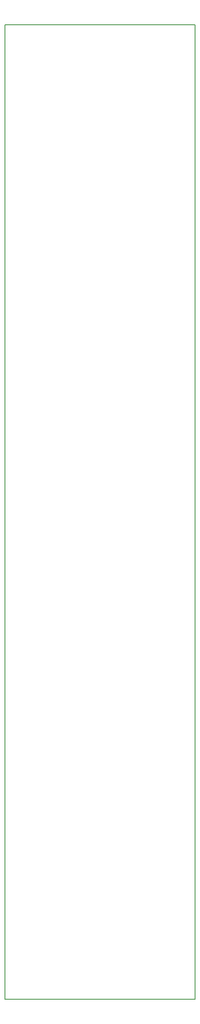
<source format=gbr>
G04 #@! TF.GenerationSoftware,KiCad,Pcbnew,(5.0.0-rc2-dev-311-g1dd4af297)*
G04 #@! TF.CreationDate,2018-05-17T15:00:25+02:00*
G04 #@! TF.ProjectId,resetUSB,72657365745553422E6B696361645F70,1.0*
G04 #@! TF.SameCoordinates,PX6ad8e7cPY2bcdfd4*
G04 #@! TF.FileFunction,Profile,NP*
%FSLAX46Y46*%
G04 Gerber Fmt 4.6, Leading zero omitted, Abs format (unit mm)*
G04 Created by KiCad (PCBNEW (5.0.0-rc2-dev-311-g1dd4af297)) date 05/17/18 15:00:25*
%MOMM*%
%LPD*%
G01*
G04 APERTURE LIST*
%ADD10C,0.150000*%
G04 APERTURE END LIST*
D10*
X39000000Y0D02*
X39000000Y-200000000D01*
X0Y0D02*
X0Y-200000000D01*
X39000000Y0D02*
X0Y0D01*
X39000000Y-200000000D02*
X0Y-200000000D01*
M02*

</source>
